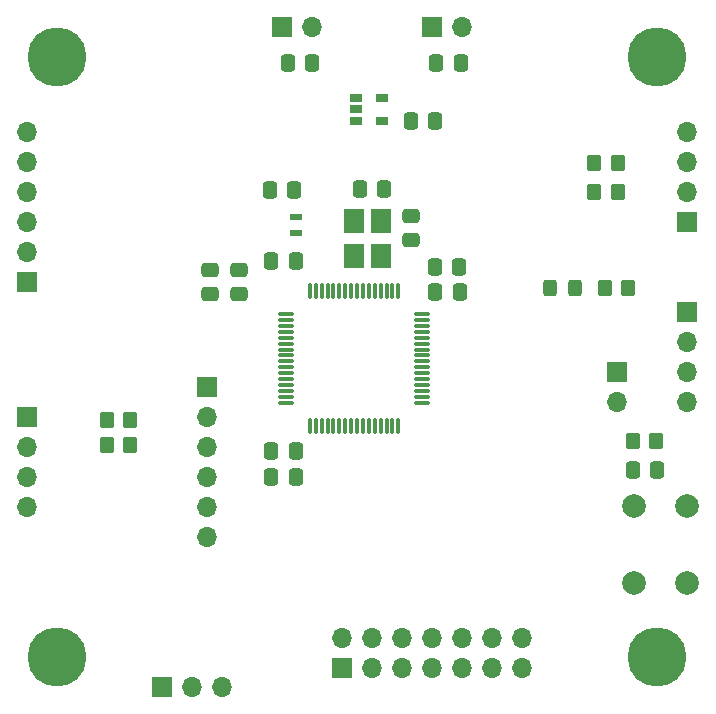
<source format=gbr>
G04 #@! TF.GenerationSoftware,KiCad,Pcbnew,(6.0.0)*
G04 #@! TF.CreationDate,2022-03-03T13:39:48-08:00*
G04 #@! TF.ProjectId,MSP430 Breakout,4d535034-3330-4204-9272-65616b6f7574,rev?*
G04 #@! TF.SameCoordinates,Original*
G04 #@! TF.FileFunction,Soldermask,Top*
G04 #@! TF.FilePolarity,Negative*
%FSLAX46Y46*%
G04 Gerber Fmt 4.6, Leading zero omitted, Abs format (unit mm)*
G04 Created by KiCad (PCBNEW (6.0.0)) date 2022-03-03 13:39:48*
%MOMM*%
%LPD*%
G01*
G04 APERTURE LIST*
G04 Aperture macros list*
%AMRoundRect*
0 Rectangle with rounded corners*
0 $1 Rounding radius*
0 $2 $3 $4 $5 $6 $7 $8 $9 X,Y pos of 4 corners*
0 Add a 4 corners polygon primitive as box body*
4,1,4,$2,$3,$4,$5,$6,$7,$8,$9,$2,$3,0*
0 Add four circle primitives for the rounded corners*
1,1,$1+$1,$2,$3*
1,1,$1+$1,$4,$5*
1,1,$1+$1,$6,$7*
1,1,$1+$1,$8,$9*
0 Add four rect primitives between the rounded corners*
20,1,$1+$1,$2,$3,$4,$5,0*
20,1,$1+$1,$4,$5,$6,$7,0*
20,1,$1+$1,$6,$7,$8,$9,0*
20,1,$1+$1,$8,$9,$2,$3,0*%
G04 Aperture macros list end*
%ADD10RoundRect,0.250000X-0.337500X-0.475000X0.337500X-0.475000X0.337500X0.475000X-0.337500X0.475000X0*%
%ADD11RoundRect,0.250000X0.475000X-0.337500X0.475000X0.337500X-0.475000X0.337500X-0.475000X-0.337500X0*%
%ADD12RoundRect,0.250000X0.337500X0.475000X-0.337500X0.475000X-0.337500X-0.475000X0.337500X-0.475000X0*%
%ADD13R,1.700000X1.700000*%
%ADD14O,1.700000X1.700000*%
%ADD15RoundRect,0.249999X-0.350001X-0.450001X0.350001X-0.450001X0.350001X0.450001X-0.350001X0.450001X0*%
%ADD16RoundRect,0.249999X0.350001X0.450001X-0.350001X0.450001X-0.350001X-0.450001X0.350001X-0.450001X0*%
%ADD17C,2.000000*%
%ADD18O,1.450000X0.299999*%
%ADD19O,0.299999X1.450000*%
%ADD20R,1.060000X0.650000*%
%ADD21R,1.800000X2.100000*%
%ADD22RoundRect,0.249999X0.325001X0.450001X-0.325001X0.450001X-0.325001X-0.450001X0.325001X-0.450001X0*%
%ADD23C,0.800000*%
%ADD24C,5.000000*%
%ADD25R,1.100000X0.600000*%
G04 APERTURE END LIST*
D10*
X142599500Y-73279000D03*
X144674500Y-73279000D03*
X142726500Y-79248000D03*
X144801500Y-79248000D03*
D11*
X137541000Y-82063500D03*
X137541000Y-79988500D03*
D12*
X158644500Y-79756000D03*
X156569500Y-79756000D03*
D10*
X142726500Y-97536000D03*
X144801500Y-97536000D03*
D11*
X154559000Y-77491500D03*
X154559000Y-75416500D03*
D10*
X150219500Y-73152000D03*
X152294500Y-73152000D03*
D11*
X139954000Y-82063500D03*
X139954000Y-79988500D03*
D12*
X158666000Y-81915000D03*
X156591000Y-81915000D03*
D10*
X142726500Y-95377000D03*
X144801500Y-95377000D03*
X144123500Y-62484000D03*
X146198500Y-62484000D03*
X173333500Y-96964500D03*
X175408500Y-96964500D03*
X156696500Y-62484000D03*
X158771500Y-62484000D03*
X154537500Y-67437000D03*
X156612500Y-67437000D03*
D13*
X122047000Y-81026000D03*
D14*
X122047000Y-78486000D03*
X122047000Y-75946000D03*
X122047000Y-73406000D03*
X122047000Y-70866000D03*
X122047000Y-68326000D03*
D13*
X137287000Y-89916000D03*
D14*
X137287000Y-92456000D03*
X137287000Y-94996000D03*
X137287000Y-97536000D03*
X137287000Y-100076000D03*
X137287000Y-102616000D03*
D13*
X133477000Y-115316000D03*
D14*
X136017000Y-115316000D03*
X138557000Y-115316000D03*
D13*
X148717000Y-113728500D03*
D14*
X148717000Y-111188500D03*
X151257000Y-113728500D03*
X151257000Y-111188500D03*
X153797000Y-113728500D03*
X153797000Y-111188500D03*
X156337000Y-113728500D03*
X156337000Y-111188500D03*
X158877000Y-113728500D03*
X158877000Y-111188500D03*
X161417000Y-113728500D03*
X161417000Y-111188500D03*
X163957000Y-113728500D03*
X163957000Y-111188500D03*
D13*
X143637000Y-59436000D03*
D14*
X146177000Y-59436000D03*
D15*
X170069000Y-73406000D03*
X172069000Y-73406000D03*
X170069000Y-70993000D03*
X172069000Y-70993000D03*
X128794000Y-92710000D03*
X130794000Y-92710000D03*
X128794000Y-94869000D03*
X130794000Y-94869000D03*
D16*
X175307500Y-94488000D03*
X173307500Y-94488000D03*
D15*
X170958000Y-81534000D03*
X172958000Y-81534000D03*
D17*
X173418500Y-99989500D03*
X173418500Y-106489500D03*
X177918500Y-99989500D03*
X177918500Y-106489500D03*
D18*
X144008000Y-83753000D03*
X144008000Y-84252999D03*
X144008000Y-84753000D03*
X144008000Y-85252999D03*
X144008000Y-85753001D03*
X144008000Y-86253000D03*
X144008000Y-86752999D03*
X144008000Y-87253000D03*
X144008000Y-87753000D03*
X144008000Y-88253001D03*
X144008000Y-88753000D03*
X144008000Y-89252999D03*
X144008000Y-89753001D03*
X144008000Y-90253000D03*
X144008000Y-90753001D03*
X144008000Y-91253000D03*
D19*
X145983000Y-93228000D03*
X146482999Y-93228000D03*
X146983000Y-93228000D03*
X147482999Y-93228000D03*
X147983001Y-93228000D03*
X148483000Y-93228000D03*
X148982999Y-93228000D03*
X149483000Y-93228000D03*
X149983000Y-93228000D03*
X150483001Y-93228000D03*
X150983000Y-93228000D03*
X151482999Y-93228000D03*
X151983001Y-93228000D03*
X152483000Y-93228000D03*
X152983001Y-93228000D03*
X153483000Y-93228000D03*
D18*
X155458000Y-91253000D03*
X155458000Y-90753001D03*
X155458000Y-90253000D03*
X155458000Y-89753001D03*
X155458000Y-89252999D03*
X155458000Y-88753000D03*
X155458000Y-88253001D03*
X155458000Y-87753000D03*
X155458000Y-87253000D03*
X155458000Y-86752999D03*
X155458000Y-86253000D03*
X155458000Y-85753001D03*
X155458000Y-85252999D03*
X155458000Y-84753000D03*
X155458000Y-84252999D03*
X155458000Y-83753000D03*
D19*
X153483000Y-81778000D03*
X152983001Y-81778000D03*
X152483000Y-81778000D03*
X151983001Y-81778000D03*
X151482999Y-81778000D03*
X150983000Y-81778000D03*
X150483001Y-81778000D03*
X149983000Y-81778000D03*
X149483000Y-81778000D03*
X148982999Y-81778000D03*
X148483000Y-81778000D03*
X147983001Y-81778000D03*
X147482999Y-81778000D03*
X146983000Y-81778000D03*
X146482999Y-81778000D03*
X145983000Y-81778000D03*
D20*
X149903000Y-65471000D03*
X149903000Y-66421000D03*
X149903000Y-67371000D03*
X152103000Y-67371000D03*
X152103000Y-65471000D03*
D21*
X152026000Y-78793000D03*
X152026000Y-75893000D03*
X149726000Y-75893000D03*
X149726000Y-78793000D03*
D13*
X122047000Y-92456000D03*
D14*
X122047000Y-94996000D03*
X122047000Y-97536000D03*
X122047000Y-100076000D03*
D22*
X168411000Y-81534000D03*
X166361000Y-81534000D03*
D13*
X156337000Y-59436000D03*
D14*
X158877000Y-59436000D03*
D23*
X123261175Y-60650175D03*
X125912825Y-60650175D03*
X123261175Y-63301825D03*
X124587000Y-60101000D03*
D24*
X124587000Y-61976000D03*
D23*
X126462000Y-61976000D03*
X122712000Y-61976000D03*
X125912825Y-63301825D03*
X124587000Y-63851000D03*
D24*
X124587000Y-112776000D03*
D23*
X125912825Y-111450175D03*
X122712000Y-112776000D03*
X123261175Y-114101825D03*
X123261175Y-111450175D03*
X125912825Y-114101825D03*
X124587000Y-110901000D03*
X126462000Y-112776000D03*
X124587000Y-114651000D03*
X175387000Y-60101000D03*
X174061175Y-60650175D03*
X176712825Y-63301825D03*
X175387000Y-63851000D03*
X174061175Y-63301825D03*
X176712825Y-60650175D03*
D24*
X175387000Y-61976000D03*
D23*
X173512000Y-61976000D03*
X177262000Y-61976000D03*
X173512000Y-112776000D03*
X176712825Y-111450175D03*
X176712825Y-114101825D03*
X175387000Y-114651000D03*
X177262000Y-112776000D03*
X175387000Y-110901000D03*
X174061175Y-114101825D03*
X174061175Y-111450175D03*
D24*
X175387000Y-112776000D03*
D13*
X177927000Y-75946000D03*
D14*
X177927000Y-73406000D03*
X177927000Y-70866000D03*
X177927000Y-68326000D03*
D13*
X177927000Y-83566000D03*
D14*
X177927000Y-86106000D03*
X177927000Y-88646000D03*
X177927000Y-91186000D03*
D25*
X144843500Y-76900000D03*
X144843500Y-75500000D03*
D13*
X171983000Y-88666000D03*
D14*
X171983000Y-91206000D03*
M02*

</source>
